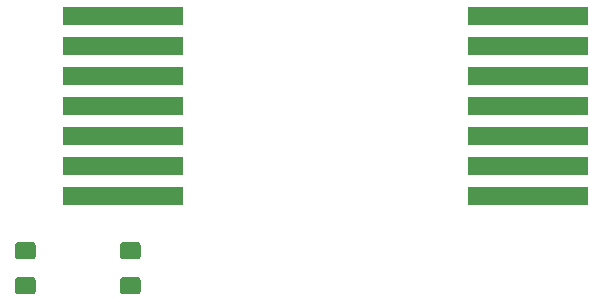
<source format=gtp>
G04 #@! TF.GenerationSoftware,KiCad,Pcbnew,5.1.5+dfsg1-2build2*
G04 #@! TF.CreationDate,2021-11-26T13:05:08+03:00*
G04 #@! TF.ProjectId,Mezonin,4d657a6f-6e69-46e2-9e6b-696361645f70,rev?*
G04 #@! TF.SameCoordinates,Original*
G04 #@! TF.FileFunction,Paste,Top*
G04 #@! TF.FilePolarity,Positive*
%FSLAX46Y46*%
G04 Gerber Fmt 4.6, Leading zero omitted, Abs format (unit mm)*
G04 Created by KiCad (PCBNEW 5.1.5+dfsg1-2build2) date 2021-11-26 13:05:08*
%MOMM*%
%LPD*%
G04 APERTURE LIST*
%ADD10R,10.160000X1.524000*%
%ADD11C,0.100000*%
G04 APERTURE END LIST*
D10*
X105621999Y-127140000D03*
X139911999Y-122060000D03*
X139911999Y-127140000D03*
X105621999Y-134760000D03*
X139911999Y-124600000D03*
X139911999Y-137300000D03*
X105621999Y-124600000D03*
X139911999Y-132220000D03*
X105621999Y-129680000D03*
X105621999Y-137300000D03*
X105621999Y-132220000D03*
X105621999Y-122060000D03*
X139911999Y-134760000D03*
X139911999Y-129680000D03*
D11*
G36*
X98016503Y-141233704D02*
G01*
X98040772Y-141237304D01*
X98064570Y-141243265D01*
X98087670Y-141251530D01*
X98109848Y-141262020D01*
X98130892Y-141274633D01*
X98150597Y-141289247D01*
X98168776Y-141305723D01*
X98185252Y-141323902D01*
X98199866Y-141343607D01*
X98212479Y-141364651D01*
X98222969Y-141386829D01*
X98231234Y-141409929D01*
X98237195Y-141433727D01*
X98240795Y-141457996D01*
X98241999Y-141482500D01*
X98241999Y-142407500D01*
X98240795Y-142432004D01*
X98237195Y-142456273D01*
X98231234Y-142480071D01*
X98222969Y-142503171D01*
X98212479Y-142525349D01*
X98199866Y-142546393D01*
X98185252Y-142566098D01*
X98168776Y-142584277D01*
X98150597Y-142600753D01*
X98130892Y-142615367D01*
X98109848Y-142627980D01*
X98087670Y-142638470D01*
X98064570Y-142646735D01*
X98040772Y-142652696D01*
X98016503Y-142656296D01*
X97991999Y-142657500D01*
X96741999Y-142657500D01*
X96717495Y-142656296D01*
X96693226Y-142652696D01*
X96669428Y-142646735D01*
X96646328Y-142638470D01*
X96624150Y-142627980D01*
X96603106Y-142615367D01*
X96583401Y-142600753D01*
X96565222Y-142584277D01*
X96548746Y-142566098D01*
X96534132Y-142546393D01*
X96521519Y-142525349D01*
X96511029Y-142503171D01*
X96502764Y-142480071D01*
X96496803Y-142456273D01*
X96493203Y-142432004D01*
X96491999Y-142407500D01*
X96491999Y-141482500D01*
X96493203Y-141457996D01*
X96496803Y-141433727D01*
X96502764Y-141409929D01*
X96511029Y-141386829D01*
X96521519Y-141364651D01*
X96534132Y-141343607D01*
X96548746Y-141323902D01*
X96565222Y-141305723D01*
X96583401Y-141289247D01*
X96603106Y-141274633D01*
X96624150Y-141262020D01*
X96646328Y-141251530D01*
X96669428Y-141243265D01*
X96693226Y-141237304D01*
X96717495Y-141233704D01*
X96741999Y-141232500D01*
X97991999Y-141232500D01*
X98016503Y-141233704D01*
G37*
G36*
X98016503Y-144208704D02*
G01*
X98040772Y-144212304D01*
X98064570Y-144218265D01*
X98087670Y-144226530D01*
X98109848Y-144237020D01*
X98130892Y-144249633D01*
X98150597Y-144264247D01*
X98168776Y-144280723D01*
X98185252Y-144298902D01*
X98199866Y-144318607D01*
X98212479Y-144339651D01*
X98222969Y-144361829D01*
X98231234Y-144384929D01*
X98237195Y-144408727D01*
X98240795Y-144432996D01*
X98241999Y-144457500D01*
X98241999Y-145382500D01*
X98240795Y-145407004D01*
X98237195Y-145431273D01*
X98231234Y-145455071D01*
X98222969Y-145478171D01*
X98212479Y-145500349D01*
X98199866Y-145521393D01*
X98185252Y-145541098D01*
X98168776Y-145559277D01*
X98150597Y-145575753D01*
X98130892Y-145590367D01*
X98109848Y-145602980D01*
X98087670Y-145613470D01*
X98064570Y-145621735D01*
X98040772Y-145627696D01*
X98016503Y-145631296D01*
X97991999Y-145632500D01*
X96741999Y-145632500D01*
X96717495Y-145631296D01*
X96693226Y-145627696D01*
X96669428Y-145621735D01*
X96646328Y-145613470D01*
X96624150Y-145602980D01*
X96603106Y-145590367D01*
X96583401Y-145575753D01*
X96565222Y-145559277D01*
X96548746Y-145541098D01*
X96534132Y-145521393D01*
X96521519Y-145500349D01*
X96511029Y-145478171D01*
X96502764Y-145455071D01*
X96496803Y-145431273D01*
X96493203Y-145407004D01*
X96491999Y-145382500D01*
X96491999Y-144457500D01*
X96493203Y-144432996D01*
X96496803Y-144408727D01*
X96502764Y-144384929D01*
X96511029Y-144361829D01*
X96521519Y-144339651D01*
X96534132Y-144318607D01*
X96548746Y-144298902D01*
X96565222Y-144280723D01*
X96583401Y-144264247D01*
X96603106Y-144249633D01*
X96624150Y-144237020D01*
X96646328Y-144226530D01*
X96669428Y-144218265D01*
X96693226Y-144212304D01*
X96717495Y-144208704D01*
X96741999Y-144207500D01*
X97991999Y-144207500D01*
X98016503Y-144208704D01*
G37*
G36*
X106906503Y-144208704D02*
G01*
X106930772Y-144212304D01*
X106954570Y-144218265D01*
X106977670Y-144226530D01*
X106999848Y-144237020D01*
X107020892Y-144249633D01*
X107040597Y-144264247D01*
X107058776Y-144280723D01*
X107075252Y-144298902D01*
X107089866Y-144318607D01*
X107102479Y-144339651D01*
X107112969Y-144361829D01*
X107121234Y-144384929D01*
X107127195Y-144408727D01*
X107130795Y-144432996D01*
X107131999Y-144457500D01*
X107131999Y-145382500D01*
X107130795Y-145407004D01*
X107127195Y-145431273D01*
X107121234Y-145455071D01*
X107112969Y-145478171D01*
X107102479Y-145500349D01*
X107089866Y-145521393D01*
X107075252Y-145541098D01*
X107058776Y-145559277D01*
X107040597Y-145575753D01*
X107020892Y-145590367D01*
X106999848Y-145602980D01*
X106977670Y-145613470D01*
X106954570Y-145621735D01*
X106930772Y-145627696D01*
X106906503Y-145631296D01*
X106881999Y-145632500D01*
X105631999Y-145632500D01*
X105607495Y-145631296D01*
X105583226Y-145627696D01*
X105559428Y-145621735D01*
X105536328Y-145613470D01*
X105514150Y-145602980D01*
X105493106Y-145590367D01*
X105473401Y-145575753D01*
X105455222Y-145559277D01*
X105438746Y-145541098D01*
X105424132Y-145521393D01*
X105411519Y-145500349D01*
X105401029Y-145478171D01*
X105392764Y-145455071D01*
X105386803Y-145431273D01*
X105383203Y-145407004D01*
X105381999Y-145382500D01*
X105381999Y-144457500D01*
X105383203Y-144432996D01*
X105386803Y-144408727D01*
X105392764Y-144384929D01*
X105401029Y-144361829D01*
X105411519Y-144339651D01*
X105424132Y-144318607D01*
X105438746Y-144298902D01*
X105455222Y-144280723D01*
X105473401Y-144264247D01*
X105493106Y-144249633D01*
X105514150Y-144237020D01*
X105536328Y-144226530D01*
X105559428Y-144218265D01*
X105583226Y-144212304D01*
X105607495Y-144208704D01*
X105631999Y-144207500D01*
X106881999Y-144207500D01*
X106906503Y-144208704D01*
G37*
G36*
X106906503Y-141233704D02*
G01*
X106930772Y-141237304D01*
X106954570Y-141243265D01*
X106977670Y-141251530D01*
X106999848Y-141262020D01*
X107020892Y-141274633D01*
X107040597Y-141289247D01*
X107058776Y-141305723D01*
X107075252Y-141323902D01*
X107089866Y-141343607D01*
X107102479Y-141364651D01*
X107112969Y-141386829D01*
X107121234Y-141409929D01*
X107127195Y-141433727D01*
X107130795Y-141457996D01*
X107131999Y-141482500D01*
X107131999Y-142407500D01*
X107130795Y-142432004D01*
X107127195Y-142456273D01*
X107121234Y-142480071D01*
X107112969Y-142503171D01*
X107102479Y-142525349D01*
X107089866Y-142546393D01*
X107075252Y-142566098D01*
X107058776Y-142584277D01*
X107040597Y-142600753D01*
X107020892Y-142615367D01*
X106999848Y-142627980D01*
X106977670Y-142638470D01*
X106954570Y-142646735D01*
X106930772Y-142652696D01*
X106906503Y-142656296D01*
X106881999Y-142657500D01*
X105631999Y-142657500D01*
X105607495Y-142656296D01*
X105583226Y-142652696D01*
X105559428Y-142646735D01*
X105536328Y-142638470D01*
X105514150Y-142627980D01*
X105493106Y-142615367D01*
X105473401Y-142600753D01*
X105455222Y-142584277D01*
X105438746Y-142566098D01*
X105424132Y-142546393D01*
X105411519Y-142525349D01*
X105401029Y-142503171D01*
X105392764Y-142480071D01*
X105386803Y-142456273D01*
X105383203Y-142432004D01*
X105381999Y-142407500D01*
X105381999Y-141482500D01*
X105383203Y-141457996D01*
X105386803Y-141433727D01*
X105392764Y-141409929D01*
X105401029Y-141386829D01*
X105411519Y-141364651D01*
X105424132Y-141343607D01*
X105438746Y-141323902D01*
X105455222Y-141305723D01*
X105473401Y-141289247D01*
X105493106Y-141274633D01*
X105514150Y-141262020D01*
X105536328Y-141251530D01*
X105559428Y-141243265D01*
X105583226Y-141237304D01*
X105607495Y-141233704D01*
X105631999Y-141232500D01*
X106881999Y-141232500D01*
X106906503Y-141233704D01*
G37*
M02*

</source>
